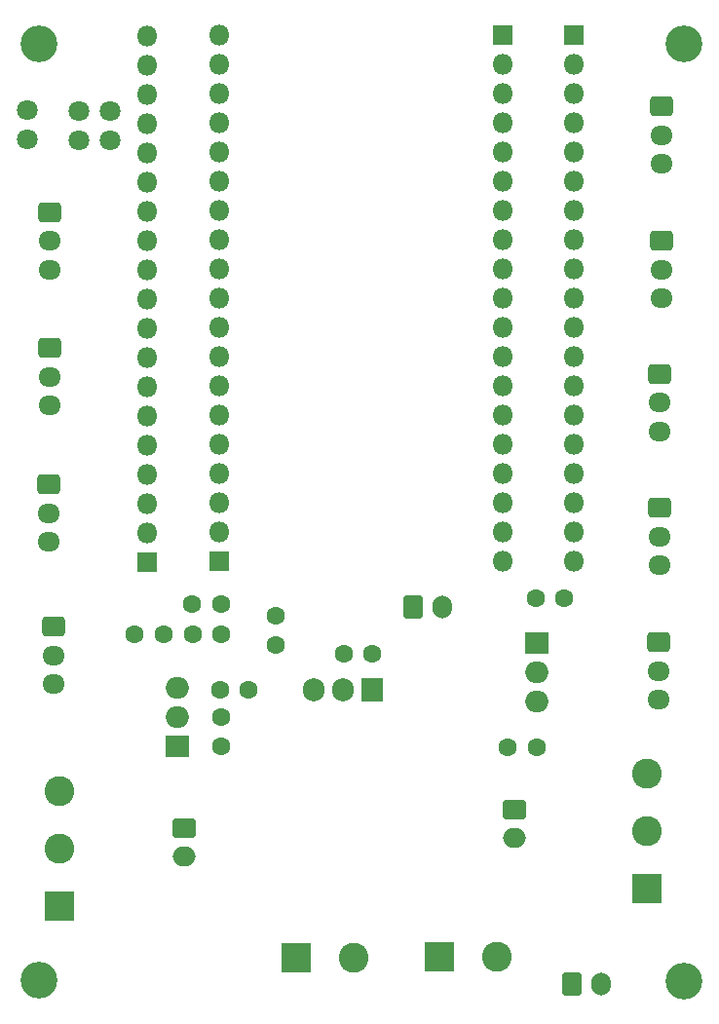
<source format=gbr>
%TF.GenerationSoftware,KiCad,Pcbnew,8.0.1*%
%TF.CreationDate,2025-03-07T04:36:46+02:00*%
%TF.ProjectId,robosoccer2,726f626f-736f-4636-9365-72322e6b6963,rev?*%
%TF.SameCoordinates,Original*%
%TF.FileFunction,Soldermask,Top*%
%TF.FilePolarity,Negative*%
%FSLAX46Y46*%
G04 Gerber Fmt 4.6, Leading zero omitted, Abs format (unit mm)*
G04 Created by KiCad (PCBNEW 8.0.1) date 2025-03-07 04:36:46*
%MOMM*%
%LPD*%
G01*
G04 APERTURE LIST*
G04 Aperture macros list*
%AMRoundRect*
0 Rectangle with rounded corners*
0 $1 Rounding radius*
0 $2 $3 $4 $5 $6 $7 $8 $9 X,Y pos of 4 corners*
0 Add a 4 corners polygon primitive as box body*
4,1,4,$2,$3,$4,$5,$6,$7,$8,$9,$2,$3,0*
0 Add four circle primitives for the rounded corners*
1,1,$1+$1,$2,$3*
1,1,$1+$1,$4,$5*
1,1,$1+$1,$6,$7*
1,1,$1+$1,$8,$9*
0 Add four rect primitives between the rounded corners*
20,1,$1+$1,$2,$3,$4,$5,0*
20,1,$1+$1,$4,$5,$6,$7,0*
20,1,$1+$1,$6,$7,$8,$9,0*
20,1,$1+$1,$8,$9,$2,$3,0*%
G04 Aperture macros list end*
%ADD10C,3.200000*%
%ADD11R,2.000000X1.905000*%
%ADD12O,2.000000X1.905000*%
%ADD13C,1.600000*%
%ADD14RoundRect,0.250000X-0.750000X0.600000X-0.750000X-0.600000X0.750000X-0.600000X0.750000X0.600000X0*%
%ADD15O,2.000000X1.700000*%
%ADD16R,2.600000X2.600000*%
%ADD17C,2.600000*%
%ADD18C,1.800000*%
%ADD19RoundRect,0.250000X-0.725000X0.600000X-0.725000X-0.600000X0.725000X-0.600000X0.725000X0.600000X0*%
%ADD20O,1.950000X1.700000*%
%ADD21RoundRect,0.250000X-0.600000X-0.750000X0.600000X-0.750000X0.600000X0.750000X-0.600000X0.750000X0*%
%ADD22O,1.700000X2.000000*%
%ADD23R,1.800000X1.800000*%
%ADD24O,1.800000X1.800000*%
%ADD25R,1.800000X1.700000*%
%ADD26R,1.905000X2.000000*%
%ADD27O,1.905000X2.000000*%
G04 APERTURE END LIST*
D10*
%TO.C,H4*%
X132770000Y-165130000D03*
%TD*%
%TO.C,H3*%
X76720000Y-165080000D03*
%TD*%
%TO.C,H2*%
X76720000Y-83690000D03*
%TD*%
D11*
%TO.C,U3*%
X88750000Y-144750000D03*
D12*
X88750000Y-142210000D03*
X88750000Y-139670000D03*
%TD*%
D13*
%TO.C,C2*%
X87550000Y-135020000D03*
X85050000Y-135020000D03*
%TD*%
%TO.C,C1*%
X92540000Y-144720000D03*
X92540000Y-142220000D03*
%TD*%
D14*
%TO.C,J15*%
X118050000Y-150190000D03*
D15*
X118050000Y-152690000D03*
%TD*%
D16*
%TO.C,J18*%
X99110000Y-163055000D03*
D17*
X104110000Y-163055000D03*
%TD*%
D16*
%TO.C,J7*%
X129615000Y-157120000D03*
D17*
X129615000Y-152120000D03*
X129615000Y-147120000D03*
%TD*%
D16*
%TO.C,J4*%
X78565000Y-158610000D03*
D17*
X78565000Y-153610000D03*
X78565000Y-148610000D03*
%TD*%
D14*
%TO.C,J21*%
X89340000Y-151820000D03*
D15*
X89340000Y-154320000D03*
%TD*%
D13*
%TO.C,C7*%
X105720000Y-136650000D03*
X103220000Y-136650000D03*
%TD*%
D18*
%TO.C,C9*%
X82930000Y-89540000D03*
X82930000Y-92040000D03*
%TD*%
D19*
%TO.C,J8*%
X130840000Y-100800000D03*
D20*
X130840000Y-103300000D03*
X130840000Y-105800000D03*
%TD*%
D10*
%TO.C,H1*%
X132770000Y-83690000D03*
%TD*%
D21*
%TO.C,J16*%
X109270000Y-132620000D03*
D22*
X111770000Y-132620000D03*
%TD*%
D23*
%TO.C,J14*%
X86120000Y-128680000D03*
D24*
X86120000Y-126140000D03*
X86120000Y-123600000D03*
X86120000Y-121060000D03*
X86120000Y-118520000D03*
X86120000Y-115980000D03*
X86120000Y-113440000D03*
X86120000Y-110900000D03*
X86120000Y-108360000D03*
X86120000Y-105820000D03*
X86120000Y-103280000D03*
X86120000Y-100740000D03*
X86120000Y-98200000D03*
X86120000Y-95660000D03*
X86120000Y-93120000D03*
X86120000Y-90580000D03*
X86120000Y-88040000D03*
X86120000Y-85500000D03*
X86120000Y-82960000D03*
%TD*%
D25*
%TO.C,J1*%
X117040000Y-82940000D03*
D24*
X117040000Y-85480000D03*
X117040000Y-88020000D03*
X117040000Y-90560000D03*
X117040000Y-93100000D03*
X117040000Y-95640000D03*
X117040000Y-98180000D03*
X117040000Y-100720000D03*
X117040000Y-103260000D03*
X117040000Y-105800000D03*
X117040000Y-108340000D03*
X117040000Y-110880000D03*
X117040000Y-113420000D03*
X117040000Y-115960000D03*
X117040000Y-118500000D03*
X117040000Y-121040000D03*
X117040000Y-123580000D03*
X117040000Y-126120000D03*
X117040000Y-128660000D03*
%TD*%
D19*
%TO.C,J6*%
X77660000Y-110120000D03*
D20*
X77660000Y-112620000D03*
X77660000Y-115120000D03*
%TD*%
D19*
%TO.C,J19*%
X77580000Y-121970000D03*
D20*
X77580000Y-124470000D03*
X77580000Y-126970000D03*
%TD*%
D19*
%TO.C,J5*%
X77710000Y-98280000D03*
D20*
X77710000Y-100780000D03*
X77710000Y-103280000D03*
%TD*%
D19*
%TO.C,J12*%
X78020000Y-134310000D03*
D20*
X78020000Y-136810000D03*
X78020000Y-139310000D03*
%TD*%
D13*
%TO.C,C12*%
X92590000Y-134990000D03*
X90090000Y-134990000D03*
%TD*%
%TO.C,C13*%
X92540000Y-132340000D03*
X90040000Y-132340000D03*
%TD*%
D26*
%TO.C,U2*%
X105680000Y-139800000D03*
D27*
X103140000Y-139800000D03*
X100600000Y-139800000D03*
%TD*%
D11*
%TO.C,U1*%
X119990000Y-135740000D03*
D12*
X119990000Y-138280000D03*
X119990000Y-140820000D03*
%TD*%
D13*
%TO.C,C5*%
X119890000Y-131830000D03*
X122390000Y-131830000D03*
%TD*%
%TO.C,C6*%
X119990000Y-144800000D03*
X117490000Y-144800000D03*
%TD*%
D19*
%TO.C,J10*%
X130650000Y-124010000D03*
D20*
X130650000Y-126510000D03*
X130650000Y-129010000D03*
%TD*%
D13*
%TO.C,C11*%
X97310000Y-133410000D03*
X97310000Y-135910000D03*
%TD*%
D18*
%TO.C,C4*%
X80200000Y-89530000D03*
X80200000Y-92030000D03*
%TD*%
D23*
%TO.C,J13*%
X123220000Y-82900000D03*
D24*
X123220000Y-85440000D03*
X123220000Y-87980000D03*
X123220000Y-90520000D03*
X123220000Y-93060000D03*
X123220000Y-95600000D03*
X123220000Y-98140000D03*
X123220000Y-100680000D03*
X123220000Y-103220000D03*
X123220000Y-105760000D03*
X123220000Y-108300000D03*
X123220000Y-110840000D03*
X123220000Y-113380000D03*
X123220000Y-115920000D03*
X123220000Y-118460000D03*
X123220000Y-121000000D03*
X123220000Y-123540000D03*
X123220000Y-126080000D03*
X123220000Y-128620000D03*
%TD*%
D19*
%TO.C,J9*%
X130810000Y-89130000D03*
D20*
X130810000Y-91630000D03*
X130810000Y-94130000D03*
%TD*%
D13*
%TO.C,C8*%
X94960000Y-139770000D03*
X92460000Y-139770000D03*
%TD*%
D19*
%TO.C,J20*%
X130650000Y-112360000D03*
D20*
X130650000Y-114860000D03*
X130650000Y-117360000D03*
%TD*%
D16*
%TO.C,J3*%
X111580000Y-163015000D03*
D17*
X116580000Y-163015000D03*
%TD*%
D23*
%TO.C,J2*%
X92450000Y-128630000D03*
D24*
X92450000Y-126090000D03*
X92450000Y-123550000D03*
X92450000Y-121010000D03*
X92450000Y-118470000D03*
X92450000Y-115930000D03*
X92450000Y-113390000D03*
X92450000Y-110850000D03*
X92450000Y-108310000D03*
X92450000Y-105770000D03*
X92450000Y-103230000D03*
X92450000Y-100690000D03*
X92450000Y-98150000D03*
X92450000Y-95610000D03*
X92450000Y-93070000D03*
X92450000Y-90530000D03*
X92450000Y-87990000D03*
X92450000Y-85450000D03*
X92450000Y-82910000D03*
%TD*%
D22*
%TO.C,J17*%
X125580000Y-165370000D03*
D21*
X123080000Y-165370000D03*
%TD*%
D19*
%TO.C,J11*%
X130600000Y-135670000D03*
D20*
X130600000Y-138170000D03*
X130600000Y-140670000D03*
%TD*%
D18*
%TO.C,C10*%
X75750000Y-89470000D03*
X75750000Y-91970000D03*
%TD*%
M02*

</source>
